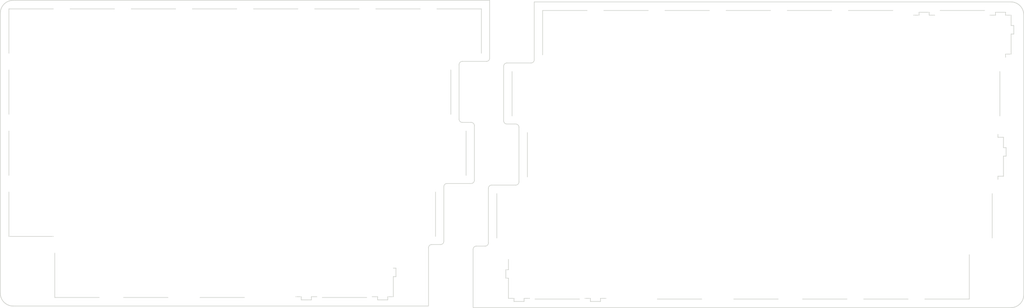
<source format=kicad_pcb>
(kicad_pcb (version 20171130) (host pcbnew "(5.1.4)-1")

  (general
    (thickness 1.6)
    (drawings 217)
    (tracks 0)
    (zones 0)
    (modules 0)
    (nets 1)
  )

  (page A2)
  (layers
    (0 F.Cu signal)
    (31 B.Cu signal)
    (32 B.Adhes user)
    (33 F.Adhes user)
    (34 B.Paste user)
    (35 F.Paste user)
    (36 B.SilkS user)
    (37 F.SilkS user)
    (38 B.Mask user)
    (39 F.Mask user)
    (40 Dwgs.User user)
    (41 Cmts.User user)
    (42 Eco1.User user)
    (43 Eco2.User user)
    (44 Edge.Cuts user)
    (45 Margin user)
    (46 B.CrtYd user)
    (47 F.CrtYd user)
    (48 B.Fab user)
    (49 F.Fab user)
  )

  (setup
    (last_trace_width 0.25)
    (trace_clearance 0.2)
    (zone_clearance 0.508)
    (zone_45_only no)
    (trace_min 0.2)
    (via_size 0.8)
    (via_drill 0.4)
    (via_min_size 0.4)
    (via_min_drill 0.3)
    (uvia_size 0.3)
    (uvia_drill 0.1)
    (uvias_allowed no)
    (uvia_min_size 0.2)
    (uvia_min_drill 0.1)
    (edge_width 0.1)
    (segment_width 0.2)
    (pcb_text_width 0.3)
    (pcb_text_size 1.5 1.5)
    (mod_edge_width 0.15)
    (mod_text_size 1 1)
    (mod_text_width 0.15)
    (pad_size 1.5 1.5)
    (pad_drill 0.6)
    (pad_to_mask_clearance 0)
    (aux_axis_origin 0 0)
    (visible_elements 7FFFFFFF)
    (pcbplotparams
      (layerselection 0x01000_7ffffffe)
      (usegerberextensions false)
      (usegerberattributes false)
      (usegerberadvancedattributes false)
      (creategerberjobfile false)
      (excludeedgelayer true)
      (linewidth 0.100000)
      (plotframeref false)
      (viasonmask false)
      (mode 1)
      (useauxorigin false)
      (hpglpennumber 1)
      (hpglpenspeed 20)
      (hpglpendiameter 15.000000)
      (psnegative false)
      (psa4output false)
      (plotreference true)
      (plotvalue true)
      (plotinvisibletext false)
      (padsonsilk false)
      (subtractmaskfromsilk false)
      (outputformat 3)
      (mirror false)
      (drillshape 0)
      (scaleselection 1)
      (outputdirectory "C:/Users/Ding/Documents/Keyboard/Plate/"))
  )

  (net 0 "")

  (net_class Default "This is the default net class."
    (clearance 0.2)
    (trace_width 0.25)
    (via_dia 0.8)
    (via_drill 0.4)
    (uvia_dia 0.3)
    (uvia_drill 0.1)
  )

  (gr_line (start 175.13696 85.46046) (end 177.89794 85.46046) (layer Edge.Cuts) (width 0.2) (tstamp 5E61981C))
  (gr_line (start 174.1362 104.50792) (end 174.1362 86.45868) (layer Edge.Cuts) (width 0.2) (tstamp 5E61981B))
  (gr_line (start 178.8987 84.4597) (end 178.8987 67.40868) (layer Edge.Cuts) (width 0.2) (tstamp 5E61981A))
  (gr_line (start 179.89692 66.41046) (end 187.42294 66.41046) (layer Edge.Cuts) (width 0.2) (tstamp 5E619819))
  (gr_line (start 184.66196 28.31046) (end 192.18798 28.31046) (layer Edge.Cuts) (width 0.2) (tstamp 5E619818))
  (gr_line (start 193.1862 27.3097) (end 193.1862 9.25538) (layer Edge.Cuts) (width 0.2) (tstamp 5E619817))
  (gr_line (start 183.6612 46.35716) (end 183.6612 29.30868) (layer Edge.Cuts) (width 0.2) (tstamp 5E619816))
  (gr_line (start 187.42294 47.35538) (end 184.66196 47.35538) (layer Edge.Cuts) (width 0.2) (tstamp 5E619815))
  (gr_line (start 188.4237 65.4097) (end 188.4237 48.35614) (layer Edge.Cuts) (width 0.2) (tstamp 5E619814))
  (gr_line (start 213.82624 102.72992) (end 213.82624 101.74948) (layer Edge.Cuts) (width 0.2) (tstamp 5E619813))
  (gr_line (start 185.14964 95.47822) (end 185.14964 101.74948) (layer Edge.Cuts) (width 0.2) (tstamp 5E619812))
  (gr_line (start 186.8743 102.72992) (end 190.02644 102.72992) (layer Edge.Cuts) (width 0.2) (tstamp 5E619811))
  (gr_line (start 184.32668 95.47822) (end 185.14964 95.47822) (layer Edge.Cuts) (width 0.2) (tstamp 5E619810))
  (gr_line (start 190.02644 102.72992) (end 190.02644 101.74948) (layer Edge.Cuts) (width 0.2) (tstamp 5E61980F))
  (gr_line (start 213.82624 101.74948) (end 215.5509 101.74948) (layer Edge.Cuts) (width 0.2) (tstamp 5E61980E))
  (gr_line (start 185.14964 92.829) (end 184.32668 92.829) (layer Edge.Cuts) (width 0.2) (tstamp 5E61980D))
  (gr_line (start 186.8743 101.74948) (end 186.8743 102.72992) (layer Edge.Cuts) (width 0.2) (tstamp 5E61980C))
  (gr_line (start 185.14964 89.59812) (end 185.14964 92.829) (layer Edge.Cuts) (width 0.2) (tstamp 5E61980B))
  (gr_line (start 210.6741 102.72992) (end 213.82624 102.72992) (layer Edge.Cuts) (width 0.2) (tstamp 5E61980A))
  (gr_line (start 208.94944 101.74948) (end 210.6741 101.74948) (layer Edge.Cuts) (width 0.2) (tstamp 5E619809))
  (gr_line (start 193.42496 101.97808) (end 207.27558 101.97808) (layer Edge.Cuts) (width 0.2) (tstamp 5E619808))
  (gr_line (start 210.6741 101.74948) (end 210.6741 102.72992) (layer Edge.Cuts) (width 0.2) (tstamp 5E619807))
  (gr_line (start 309.6706 101.97808) (end 295.81998 101.97808) (layer Edge.Cuts) (width 0.2) (tstamp 5E619806))
  (gr_line (start 184.32668 92.829) (end 184.32668 95.47822) (layer Edge.Cuts) (width 0.2) (tstamp 5E619805))
  (gr_line (start 190.02644 101.74948) (end 191.7511 101.74948) (layer Edge.Cuts) (width 0.2) (tstamp 5E619804))
  (gr_line (start 185.14964 101.74948) (end 186.8743 101.74948) (layer Edge.Cuts) (width 0.2) (tstamp 5E619802))
  (gr_line (start 341.68222 9.25538) (end 341.99718 9.26808) (layer Edge.Cuts) (width 0.2) (tstamp 5E619801))
  (gr_line (start 345.5735 101.58946) (end 345.48968 101.89172) (layer Edge.Cuts) (width 0.2) (tstamp 5E619800))
  (gr_curve (pts (xy 179.89946 66.410714) (xy 179.347177 66.410715) (xy 178.899463 66.858429) (xy 178.899462 67.410712)) (layer Edge.Cuts) (width 0.2) (tstamp 5E6197FF))
  (gr_line (start 345.24838 102.47084) (end 345.09344 102.74516) (layer Edge.Cuts) (width 0.2) (tstamp 5E6197FE))
  (gr_line (start 343.77264 9.84466) (end 344.03426 10.01738) (layer Edge.Cuts) (width 0.2) (tstamp 5E6197FD))
  (gr_line (start 344.28064 103.69766) (end 344.03426 103.8907) (layer Edge.Cuts) (width 0.2) (tstamp 5E6197FC))
  (gr_line (start 345.38046 11.72426) (end 345.48968 12.0189) (layer Edge.Cuts) (width 0.2) (tstamp 5E6197FB))
  (gr_line (start 341.99718 104.64254) (end 341.68222 104.65524) (layer Edge.Cuts) (width 0.2) (tstamp 5E6197FA))
  (gr_curve (pts (xy 175.138484 85.460714) (xy 174.586201 85.460715) (xy 174.138486 85.908429) (xy 174.138485 86.460712)) (layer Edge.Cuts) (width 0.2) (tstamp 5E6197F9))
  (gr_line (start 345.68526 13.25588) (end 345.68526 100.65474) (layer Edge.Cuts) (width 0.2) (tstamp 5E6197F8))
  (gr_line (start 343.77264 104.06596) (end 343.49832 104.21836) (layer Edge.Cuts) (width 0.2) (tstamp 5E6197F7))
  (gr_curve (pts (xy 177.899464 85.460714) (xy 178.451747 85.460713) (xy 178.899461 85.012999) (xy 178.899462 84.460716)) (layer Edge.Cuts) (width 0.2) (tstamp 5E6197F6))
  (gr_line (start 343.49832 9.68972) (end 343.77264 9.84466) (layer Edge.Cuts) (width 0.2) (tstamp 5E6197F5))
  (gr_line (start 344.72514 103.25316) (end 344.51178 103.4843) (layer Edge.Cuts) (width 0.2) (tstamp 5E6197F4))
  (gr_line (start 344.03426 103.8907) (end 343.77264 104.06596) (layer Edge.Cuts) (width 0.2) (tstamp 5E6197F3))
  (gr_line (start 345.5735 12.32116) (end 345.63446 12.6285) (layer Edge.Cuts) (width 0.2) (tstamp 5E6197F2))
  (gr_line (start 345.48968 12.0189) (end 345.5735 12.32116) (layer Edge.Cuts) (width 0.2) (tstamp 5E6197F1))
  (gr_line (start 342.9192 9.45096) (end 343.21384 9.56018) (layer Edge.Cuts) (width 0.2) (tstamp 5E6197F0))
  (gr_line (start 344.51178 10.42632) (end 344.72514 10.65746) (layer Edge.Cuts) (width 0.2) (tstamp 5E6197EF))
  (gr_line (start 345.67002 12.94092) (end 345.68526 13.25588) (layer Edge.Cuts) (width 0.2) (tstamp 5E6197EE))
  (gr_line (start 345.24838 11.43978) (end 345.38046 11.72426) (layer Edge.Cuts) (width 0.2) (tstamp 5E6197ED))
  (gr_line (start 344.91818 10.90384) (end 345.09344 11.16546) (layer Edge.Cuts) (width 0.2) (tstamp 5E6197EC))
  (gr_line (start 193.1862 9.25538) (end 341.68222 9.25538) (layer Edge.Cuts) (width 0.2) (tstamp 5E6197EB))
  (gr_line (start 344.51178 103.4843) (end 344.28064 103.69766) (layer Edge.Cuts) (width 0.2) (tstamp 5E6197EA))
  (gr_line (start 342.3096 9.30364) (end 342.61694 9.3646) (layer Edge.Cuts) (width 0.2) (tstamp 5E6197E9))
  (gr_line (start 343.49832 104.21836) (end 343.21384 104.35298) (layer Edge.Cuts) (width 0.2) (tstamp 5E6197E8))
  (gr_line (start 181.51998 82.92808) (end 181.51998 69.08) (layer Edge.Cuts) (width 0.2) (tstamp 5E6197E7))
  (gr_line (start 335.86308 69.08) (end 335.86308 82.92808) (layer Edge.Cuts) (width 0.2) (tstamp 5E6197E5))
  (gr_line (start 337.65124 51.49812) (end 337.65124 50.57864) (layer Edge.Cuts) (width 0.2) (tstamp 5E6197E4))
  (gr_line (start 338.2456 30.98) (end 338.2456 44.82808) (layer Edge.Cuts) (width 0.2) (tstamp 5E6197E3))
  (gr_line (start 337.65124 64.62992) (end 337.65124 63.64948) (layer Edge.Cuts) (width 0.2) (tstamp 5E6197E2))
  (gr_line (start 337.65124 63.64948) (end 339.3759 63.64948) (layer Edge.Cuts) (width 0.2) (tstamp 5E6197E1))
  (gr_line (start 339.3759 57.37822) (end 340.19886 57.37822) (layer Edge.Cuts) (width 0.2) (tstamp 5E6197E0))
  (gr_line (start 339.3759 63.64948) (end 339.3759 57.37822) (layer Edge.Cuts) (width 0.2) (tstamp 5E6197DE))
  (gr_line (start 340.19886 57.37822) (end 340.19886 54.729) (layer Edge.Cuts) (width 0.2) (tstamp 5E6197DD))
  (gr_line (start 191.04498 63.87808) (end 191.04498 50.03) (layer Edge.Cuts) (width 0.2) (tstamp 5E6197DC))
  (gr_line (start 339.3759 54.729) (end 339.3759 51.49812) (layer Edge.Cuts) (width 0.2) (tstamp 5E6197DB))
  (gr_line (start 340.19886 54.729) (end 339.3759 54.729) (layer Edge.Cuts) (width 0.2) (tstamp 5E6197DA))
  (gr_curve (pts (xy 192.188488 28.310612) (xy 192.740771 28.310611) (xy 193.188485 27.862898) (xy 193.188486 27.310614)) (layer Edge.Cuts) (width 0.2) (tstamp 5E6197D9))
  (gr_curve (pts (xy 187.424464 66.410714) (xy 187.976747 66.410713) (xy 188.424461 65.962999) (xy 188.424462 65.410716)) (layer Edge.Cuts) (width 0.2) (tstamp 5E6197D8))
  (gr_curve (pts (xy 188.424462 48.357918) (xy 188.424461 47.805635) (xy 187.976747 47.357921) (xy 187.424464 47.35792)) (layer Edge.Cuts) (width 0.2) (tstamp 5E6197D7))
  (gr_curve (pts (xy 183.663486 46.357922) (xy 183.663487 46.910205) (xy 184.111201 47.357919) (xy 184.663484 47.35792)) (layer Edge.Cuts) (width 0.2) (tstamp 5E6197D6))
  (gr_curve (pts (xy 184.663484 28.310612) (xy 184.111201 28.310614) (xy 183.663487 28.758327) (xy 183.663486 29.31061)) (layer Edge.Cuts) (width 0.2) (tstamp 5E6197D5))
  (gr_line (start 195.80748 25.77808) (end 195.80748 11.93) (layer Edge.Cuts) (width 0.2) (tstamp 5E6197D4))
  (gr_line (start 195.80748 11.93) (end 209.6581 11.93) (layer Edge.Cuts) (width 0.2) (tstamp 5E6197D3))
  (gr_line (start 336.88416 13.39812) (end 335.15696 13.39812) (layer Edge.Cuts) (width 0.2) (tstamp 5E6197D2))
  (gr_line (start 341.75588 19.27822) (end 342.58392 19.27822) (layer Edge.Cuts) (width 0.2) (tstamp 5E6197D1))
  (gr_line (start 333.4831 11.93) (end 319.63248 11.93) (layer Edge.Cuts) (width 0.2) (tstamp 5E6197CF))
  (gr_line (start 340.03122 12.47864) (end 336.88416 12.47864) (layer Edge.Cuts) (width 0.2) (tstamp 5E6197CE))
  (gr_line (start 340.03122 13.39812) (end 340.03122 12.47864) (layer Edge.Cuts) (width 0.2) (tstamp 5E6197CD))
  (gr_line (start 341.75588 13.39812) (end 340.03122 13.39812) (layer Edge.Cuts) (width 0.2) (tstamp 5E6197CC))
  (gr_line (start 272.00748 11.93) (end 285.8581 11.93) (layer Edge.Cuts) (width 0.2) (tstamp 5E6197CB))
  (gr_line (start 336.88416 12.47864) (end 336.88416 13.39812) (layer Edge.Cuts) (width 0.2) (tstamp 5E6197CA))
  (gr_line (start 252.95748 11.93) (end 266.8081 11.93) (layer Edge.Cuts) (width 0.2) (tstamp 5E6197C9))
  (gr_line (start 340.03122 26.529919) (end 340.03122 25.54948) (layer Edge.Cuts) (width 0.2) (tstamp 5E6197C8))
  (gr_line (start 342.58392 19.27822) (end 342.58392 16.629) (layer Edge.Cuts) (width 0.2) (tstamp 5E6197C5))
  (gr_line (start 313.08182 13.39812) (end 311.35716 13.39812) (layer Edge.Cuts) (width 0.2) (tstamp 5E6197C4))
  (gr_line (start 341.75588 16.629) (end 341.75588 13.39812) (layer Edge.Cuts) (width 0.2) (tstamp 5E6197C3))
  (gr_line (start 233.90748 11.93) (end 247.7581 11.93) (layer Edge.Cuts) (width 0.2) (tstamp 5E6197C2))
  (gr_line (start 214.85748 11.93) (end 228.7081 11.93) (layer Edge.Cuts) (width 0.2) (tstamp 5E6197C1))
  (gr_line (start 341.75588 25.54948) (end 341.75588 19.27822) (layer Edge.Cuts) (width 0.2) (tstamp 5E6197C0))
  (gr_line (start 340.03122 25.54948) (end 341.75588 25.54948) (layer Edge.Cuts) (width 0.2) (tstamp 5E6197BF))
  (gr_line (start 291.05748 11.93) (end 304.908099 11.93) (layer Edge.Cuts) (width 0.2) (tstamp 5E6197BE))
  (gr_line (start 342.58392 16.629) (end 341.75588 16.629) (layer Edge.Cuts) (width 0.2) (tstamp 5E6197BD))
  (gr_line (start 339.3759 51.49812) (end 337.65124 51.49812) (layer Edge.Cuts) (width 0.2) (tstamp 5E6197BC))
  (gr_line (start 313.08182 12.47864) (end 313.08182 13.39812) (layer Edge.Cuts) (width 0.2) (tstamp 5E6197BB))
  (gr_line (start 186.28248 44.82808) (end 186.28248 30.98) (layer Edge.Cuts) (width 0.2) (tstamp 5E6197BA))
  (gr_line (start 316.23142 13.39812) (end 316.23142 12.47864) (layer Edge.Cuts) (width 0.2) (tstamp 5E6197B8))
  (gr_line (start 316.23142 12.47864) (end 313.08182 12.47864) (layer Edge.Cuts) (width 0.2) (tstamp 5E6197B7))
  (gr_line (start 317.95608 13.39812) (end 316.23142 13.39812) (layer Edge.Cuts) (width 0.2) (tstamp 5E6197B6))
  (gr_line (start 345.63446 101.28212) (end 345.5735 101.58946) (layer Edge.Cuts) (width 0.2) (tstamp 5E6197B5))
  (gr_line (start 345.09344 11.16546) (end 345.24838 11.43978) (layer Edge.Cuts) (width 0.2) (tstamp 5E6197B4))
  (gr_line (start 342.9192 104.45966) (end 342.61694 104.54602) (layer Edge.Cuts) (width 0.2) (tstamp 5E6197B3))
  (gr_line (start 344.28064 10.21296) (end 344.51178 10.42632) (layer Edge.Cuts) (width 0.2) (tstamp 5E6197B2))
  (gr_line (start 342.61694 104.54602) (end 342.3096 104.60698) (layer Edge.Cuts) (width 0.2) (tstamp 5E6197B1))
  (gr_line (start 342.61694 9.3646) (end 342.9192 9.45096) (layer Edge.Cuts) (width 0.2) (tstamp 5E6197B0))
  (gr_line (start 344.03426 10.01738) (end 344.28064 10.21296) (layer Edge.Cuts) (width 0.2) (tstamp 5E6197AF))
  (gr_line (start 341.99718 9.26808) (end 342.3096 9.30364) (layer Edge.Cuts) (width 0.2) (tstamp 5E6197AE))
  (gr_line (start 344.72514 10.65746) (end 344.91818 10.90384) (layer Edge.Cuts) (width 0.2) (tstamp 5E6197AD))
  (gr_line (start 345.09344 102.74516) (end 344.91818 103.00678) (layer Edge.Cuts) (width 0.2) (tstamp 5E6197AC))
  (gr_line (start 343.21384 104.35298) (end 342.9192 104.45966) (layer Edge.Cuts) (width 0.2) (tstamp 5E6197AB))
  (gr_line (start 345.48968 101.89172) (end 345.38046 102.18636) (layer Edge.Cuts) (width 0.2) (tstamp 5E6197AA))
  (gr_line (start 345.67002 100.9697) (end 345.63446 101.28212) (layer Edge.Cuts) (width 0.2) (tstamp 5E6197A9))
  (gr_line (start 341.68222 104.65524) (end 174.1362 104.65524) (layer Edge.Cuts) (width 0.2) (tstamp 5E6197A8))
  (gr_line (start 345.63446 12.6285) (end 345.67002 12.94092) (layer Edge.Cuts) (width 0.2) (tstamp 5E6197A7))
  (gr_line (start 345.38046 102.18636) (end 345.24838 102.47084) (layer Edge.Cuts) (width 0.2) (tstamp 5E6197A6))
  (gr_line (start 344.91818 103.00678) (end 344.72514 103.25316) (layer Edge.Cuts) (width 0.2) (tstamp 5E6197A5))
  (gr_line (start 343.21384 9.56018) (end 343.49832 9.68972) (layer Edge.Cuts) (width 0.2) (tstamp 5E6197A4))
  (gr_line (start 342.3096 104.60698) (end 341.99718 104.64254) (layer Edge.Cuts) (width 0.2) (tstamp 5E6197A3))
  (gr_line (start 345.68526 100.65474) (end 345.67002 100.9697) (layer Edge.Cuts) (width 0.2) (tstamp 5E6197A2))
  (gr_line (start 328.7206 101.97808) (end 314.86998 101.97808) (layer Edge.Cuts) (width 0.2) (tstamp 5E61979F))
  (gr_line (start 328.7206 88.13) (end 328.7206 101.97808) (layer Edge.Cuts) (width 0.2) (tstamp 5E61979D))
  (gr_line (start 245.37558 101.97808) (end 231.52496 101.97808) (layer Edge.Cuts) (width 0.2) (tstamp 5E61979A))
  (gr_line (start 269.18808 101.97808) (end 255.34 101.97808) (layer Edge.Cuts) (width 0.2) (tstamp 5E619798))
  (gr_line (start 290.6206 101.97808) (end 276.76998 101.97808) (layer Edge.Cuts) (width 0.2) (tstamp 5E619797))
  (gr_line (start 161.24696 84.96046) (end 164.00794 84.96046) (layer Edge.Cuts) (width 0.2))
  (gr_line (start 160.2462 104.00792) (end 160.2462 85.95868) (layer Edge.Cuts) (width 0.2))
  (gr_line (start 165.0087 83.9597) (end 165.0087 66.90868) (layer Edge.Cuts) (width 0.2))
  (gr_line (start 166.00692 65.91046) (end 173.53294 65.91046) (layer Edge.Cuts) (width 0.2))
  (gr_line (start 170.77196 27.81046) (end 178.29798 27.81046) (layer Edge.Cuts) (width 0.2))
  (gr_line (start 179.2962 26.8097) (end 179.2962 8.75538) (layer Edge.Cuts) (width 0.2))
  (gr_line (start 169.7712 45.85716) (end 169.7712 28.80868) (layer Edge.Cuts) (width 0.2))
  (gr_line (start 102.89808 101.47808) (end 89.05 101.47808) (layer Edge.Cuts) (width 0.2))
  (gr_line (start 173.53294 46.85538) (end 170.77196 46.85538) (layer Edge.Cuts) (width 0.2))
  (gr_line (start 79.08558 101.47808) (end 65.23496 101.47808) (layer Edge.Cuts) (width 0.2))
  (gr_line (start 174.5337 64.9097) (end 174.5337 47.85614) (layer Edge.Cuts) (width 0.2))
  (gr_line (start 127.15 101.47808) (end 140.99808 101.47808) (layer Edge.Cuts) (width 0.2))
  (gr_line (start 120.5968 102.22992) (end 123.74894 102.22992) (layer Edge.Cuts) (width 0.2))
  (gr_line (start 149.2734 94.97822) (end 150.0989 94.97822) (layer Edge.Cuts) (width 0.2))
  (gr_line (start 28.24494 9.71296) (end 28.49132 9.51738) (layer Edge.Cuts) (width 0.2))
  (gr_line (start 26.85556 100.4697) (end 26.84286 100.15474) (layer Edge.Cuts) (width 0.2))
  (gr_line (start 26.84286 12.75588) (end 26.85556 12.44092) (layer Edge.Cuts) (width 0.2))
  (gr_line (start 27.2772 10.93978) (end 27.43214 10.66546) (layer Edge.Cuts) (width 0.2))
  (gr_line (start 26.85556 12.44092) (end 26.89112 12.1285) (layer Edge.Cuts) (width 0.2))
  (gr_line (start 30.21852 8.80364) (end 30.5284 8.76808) (layer Edge.Cuts) (width 0.2))
  (gr_line (start 29.60638 8.95096) (end 29.90864 8.8646) (layer Edge.Cuts) (width 0.2))
  (gr_line (start 27.80044 10.15746) (end 28.0138 9.92632) (layer Edge.Cuts) (width 0.2))
  (gr_line (start 28.75294 9.34466) (end 29.02726 9.18972) (layer Edge.Cuts) (width 0.2))
  (gr_line (start 26.95208 101.08946) (end 26.89112 100.78212) (layer Edge.Cuts) (width 0.2))
  (gr_line (start 28.49132 9.51738) (end 28.75294 9.34466) (layer Edge.Cuts) (width 0.2))
  (gr_line (start 26.95208 11.82116) (end 27.03844 11.5189) (layer Edge.Cuts) (width 0.2))
  (gr_line (start 29.02726 9.18972) (end 29.31174 9.06018) (layer Edge.Cuts) (width 0.2))
  (gr_line (start 27.60486 10.40384) (end 27.80044 10.15746) (layer Edge.Cuts) (width 0.2))
  (gr_line (start 26.89112 12.1285) (end 26.95208 11.82116) (layer Edge.Cuts) (width 0.2))
  (gr_line (start 26.89112 100.78212) (end 26.85556 100.4697) (layer Edge.Cuts) (width 0.2))
  (gr_line (start 29.90864 8.8646) (end 30.21852 8.80364) (layer Edge.Cuts) (width 0.2))
  (gr_line (start 28.0138 9.92632) (end 28.24494 9.71296) (layer Edge.Cuts) (width 0.2))
  (gr_line (start 29.31174 103.85298) (end 29.02726 103.71836) (layer Edge.Cuts) (width 0.2))
  (gr_curve (pts (xy 166.00946 65.910714) (xy 165.457177 65.910715) (xy 165.009463 66.358429) (xy 165.009462 66.910712)) (layer Edge.Cuts) (width 0.2))
  (gr_line (start 30.5284 104.14254) (end 30.21852 104.10698) (layer Edge.Cuts) (width 0.2))
  (gr_line (start 28.75294 103.56596) (end 28.49132 103.3907) (layer Edge.Cuts) (width 0.2))
  (gr_line (start 28.0138 102.9843) (end 27.80044 102.75316) (layer Edge.Cuts) (width 0.2))
  (gr_line (start 27.80044 102.75316) (end 27.60486 102.50678) (layer Edge.Cuts) (width 0.2))
  (gr_curve (pts (xy 161.248484 84.960714) (xy 160.696201 84.960715) (xy 160.248486 85.408429) (xy 160.248485 85.960712)) (layer Edge.Cuts) (width 0.2))
  (gr_curve (pts (xy 164.009464 84.960714) (xy 164.561747 84.960713) (xy 165.009461 84.512999) (xy 165.009462 83.960716)) (layer Edge.Cuts) (width 0.2))
  (gr_line (start 29.90864 104.04602) (end 29.60638 103.95966) (layer Edge.Cuts) (width 0.2))
  (gr_line (start 29.02726 103.71836) (end 28.75294 103.56596) (layer Edge.Cuts) (width 0.2))
  (gr_line (start 27.14766 11.22426) (end 27.2772 10.93978) (layer Edge.Cuts) (width 0.2))
  (gr_line (start 29.31174 9.06018) (end 29.60638 8.95096) (layer Edge.Cuts) (width 0.2))
  (gr_line (start 30.5284 8.76808) (end 30.84336 8.75538) (layer Edge.Cuts) (width 0.2))
  (gr_line (start 28.49132 103.3907) (end 28.24494 103.19766) (layer Edge.Cuts) (width 0.2))
  (gr_line (start 28.24494 103.19766) (end 28.0138 102.9843) (layer Edge.Cuts) (width 0.2))
  (gr_line (start 27.03844 11.5189) (end 27.14766 11.22426) (layer Edge.Cuts) (width 0.2))
  (gr_line (start 27.14766 101.68636) (end 27.03844 101.39172) (layer Edge.Cuts) (width 0.2))
  (gr_line (start 27.43214 10.66546) (end 27.60486 10.40384) (layer Edge.Cuts) (width 0.2))
  (gr_line (start 26.84286 100.15474) (end 26.84286 12.75588) (layer Edge.Cuts) (width 0.2))
  (gr_line (start 27.2772 101.97084) (end 27.14766 101.68636) (layer Edge.Cuts) (width 0.2))
  (gr_line (start 30.84336 8.75538) (end 179.2962 8.75538) (layer Edge.Cuts) (width 0.2))
  (gr_line (start 27.43214 102.24516) (end 27.2772 101.97084) (layer Edge.Cuts) (width 0.2))
  (gr_line (start 27.03844 101.39172) (end 26.95208 101.08946) (layer Edge.Cuts) (width 0.2))
  (gr_line (start 27.60486 102.50678) (end 27.43214 102.24516) (layer Edge.Cuts) (width 0.2))
  (gr_line (start 162.4306 68.58) (end 162.4306 82.42808) (layer Edge.Cuts) (width 0.2))
  (gr_line (start 43.3681 82.42808) (end 29.51748 82.42808) (layer Edge.Cuts) (width 0.2))
  (gr_line (start 29.51748 82.42808) (end 29.51748 68.58) (layer Edge.Cuts) (width 0.2))
  (gr_line (start 171.9556 49.53) (end 171.9556 63.37808) (layer Edge.Cuts) (width 0.2))
  (gr_curve (pts (xy 178.298488 27.810612) (xy 178.850771 27.810611) (xy 179.298485 27.362898) (xy 179.298486 26.810614)) (layer Edge.Cuts) (width 0.2))
  (gr_curve (pts (xy 173.534464 65.910714) (xy 174.086747 65.910713) (xy 174.534461 65.462999) (xy 174.534462 64.910716)) (layer Edge.Cuts) (width 0.2))
  (gr_curve (pts (xy 174.534462 47.857918) (xy 174.534461 47.305635) (xy 174.086747 46.857921) (xy 173.534464 46.85792)) (layer Edge.Cuts) (width 0.2))
  (gr_curve (pts (xy 169.773486 45.857922) (xy 169.773487 46.410205) (xy 170.221201 46.857919) (xy 170.773484 46.85792)) (layer Edge.Cuts) (width 0.2))
  (gr_curve (pts (xy 170.773484 27.810612) (xy 170.221201 27.810614) (xy 169.773487 28.258327) (xy 169.773486 28.81061)) (layer Edge.Cuts) (width 0.2))
  (gr_line (start 176.7181 11.43) (end 176.7181 25.27808) (layer Edge.Cuts) (width 0.2))
  (gr_line (start 48.56748 11.43) (end 62.4181 11.43) (layer Edge.Cuts) (width 0.2))
  (gr_line (start 67.61748 11.43) (end 81.4681 11.43) (layer Edge.Cuts) (width 0.2))
  (gr_line (start 162.86748 11.43) (end 176.7181 11.43) (layer Edge.Cuts) (width 0.2))
  (gr_line (start 143.81748 11.43) (end 157.668099 11.43) (layer Edge.Cuts) (width 0.2))
  (gr_line (start 29.51748 11.43) (end 43.3681 11.43) (layer Edge.Cuts) (width 0.2))
  (gr_line (start 105.71748 11.43) (end 119.5681 11.43) (layer Edge.Cuts) (width 0.2))
  (gr_line (start 29.51748 25.27808) (end 29.51748 11.43) (layer Edge.Cuts) (width 0.2))
  (gr_line (start 86.66748 11.43) (end 100.5181 11.43) (layer Edge.Cuts) (width 0.2))
  (gr_line (start 124.76748 11.43) (end 138.6181 11.43) (layer Edge.Cuts) (width 0.2))
  (gr_line (start 29.51748 63.37808) (end 29.51748 49.53) (layer Edge.Cuts) (width 0.2))
  (gr_line (start 29.51748 44.32808) (end 29.51748 30.48) (layer Edge.Cuts) (width 0.2))
  (gr_line (start 167.1931 30.48) (end 167.1931 44.32808) (layer Edge.Cuts) (width 0.2))
  (gr_line (start 29.60638 103.95966) (end 29.31174 103.85298) (layer Edge.Cuts) (width 0.2))
  (gr_line (start 30.21852 104.10698) (end 29.90864 104.04602) (layer Edge.Cuts) (width 0.2))
  (gr_line (start 160.2462 104.15524) (end 30.84336 104.15524) (layer Edge.Cuts) (width 0.2))
  (gr_line (start 30.84336 104.15524) (end 30.5284 104.14254) (layer Edge.Cuts) (width 0.2))
  (gr_line (start 147.54874 101.24948) (end 149.2734 101.24948) (layer Edge.Cuts) (width 0.2))
  (gr_line (start 147.54874 102.22992) (end 147.54874 101.24948) (layer Edge.Cuts) (width 0.2))
  (gr_line (start 142.67448 101.24948) (end 144.39914 101.24948) (layer Edge.Cuts) (width 0.2))
  (gr_line (start 123.74894 101.24948) (end 125.4736 101.24948) (layer Edge.Cuts) (width 0.2))
  (gr_line (start 120.5968 101.24948) (end 120.5968 102.22992) (layer Edge.Cuts) (width 0.2))
  (gr_line (start 144.39914 101.24948) (end 144.39914 102.22992) (layer Edge.Cuts) (width 0.2))
  (gr_line (start 118.87468 101.24948) (end 120.5968 101.24948) (layer Edge.Cuts) (width 0.2))
  (gr_line (start 149.2734 101.24948) (end 149.2734 94.97822) (layer Edge.Cuts) (width 0.2))
  (gr_line (start 144.39914 102.22992) (end 147.54874 102.22992) (layer Edge.Cuts) (width 0.2))
  (gr_line (start 123.74894 102.22992) (end 123.74894 101.24948) (layer Edge.Cuts) (width 0.2))
  (gr_line (start 150.0989 92.329) (end 149.2734 92.329) (layer Edge.Cuts) (width 0.2))
  (gr_line (start 150.0989 94.97822) (end 150.0989 92.329) (layer Edge.Cuts) (width 0.2))
  (gr_line (start 43.80498 101.47808) (end 43.80498 87.63) (layer Edge.Cuts) (width 0.2))
  (gr_line (start 57.6556 101.47808) (end 43.80498 101.47808) (layer Edge.Cuts) (width 0.2))

)

</source>
